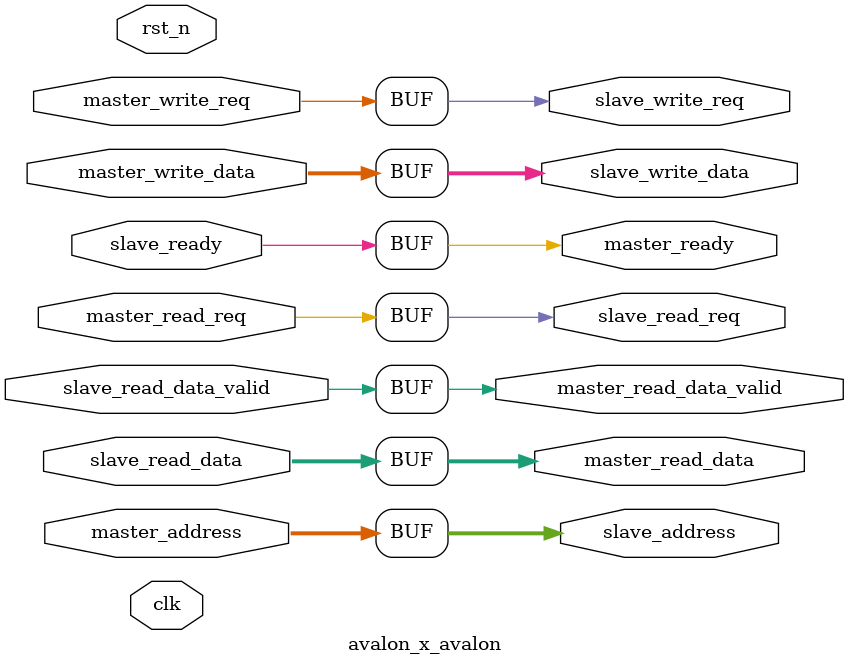
<source format=v>
module avalon_x_avalon
#(  parameter   ADDR_WIDTH = 32,
    parameter   DATA_WIDTH = 32
)
(
    // clk/reset_n
    input                           clk, rst_n,
    // master
    input       [ADDR_WIDTH-1:0]    master_address,
    output                          master_ready,
    input       [DATA_WIDTH-1:0]    master_write_data,
    input                           master_write_req,
    input                           master_read_req,
    output      [DATA_WIDTH-1:0]    master_read_data,
    output                          master_read_data_valid,
    // slave
    output      [ADDR_WIDTH-1:0]    slave_address,
    input                           slave_ready,
    output      [DATA_WIDTH-1:0]    slave_write_data,
    output                          slave_write_req,
    output                          slave_read_req,
    input       [DATA_WIDTH-1:0]    slave_read_data,
    input                           slave_read_data_valid
);

    // ֱͨ
    assign      slave_address = master_address;
    assign      master_ready = slave_ready;
    assign      slave_write_data = master_write_data;
    assign      slave_write_req = master_write_req;
    assign      slave_read_req = master_read_req;
    assign      master_read_data = slave_read_data;
    assign      master_read_data_valid = slave_read_data_valid;


endmodule
</source>
